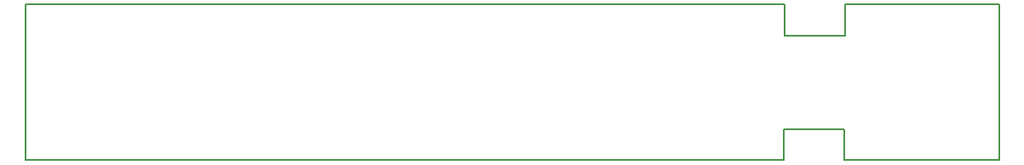
<source format=gbr>
G04 #@! TF.FileFunction,Glue,Bot*
%FSLAX46Y46*%
G04 Gerber Fmt 4.6, Leading zero omitted, Abs format (unit mm)*
G04 Created by KiCad (PCBNEW 4.0.2+dfsg1-stable) date ven 12 ott 2018 16:01:28 CEST*
%MOMM*%
G01*
G04 APERTURE LIST*
%ADD10C,0.100000*%
%ADD11C,0.200000*%
G04 APERTURE END LIST*
D10*
D11*
X173690280Y-115443000D02*
X98295460Y-115443000D01*
X195072000Y-115443000D02*
X179682660Y-115443000D01*
X179682660Y-112410240D02*
X179682660Y-115443000D01*
X173692820Y-112410240D02*
X179682660Y-112410240D01*
X173692820Y-112410240D02*
X173692820Y-115437920D01*
X173776640Y-99949000D02*
X98298000Y-99949000D01*
X195072000Y-99949000D02*
X179778660Y-99949000D01*
X179778660Y-99949000D02*
X179778660Y-103047800D01*
X173776640Y-103047800D02*
X179778660Y-103047800D01*
X173776640Y-99949000D02*
X173776640Y-103047800D01*
X98298000Y-115443000D02*
X98298000Y-99949000D01*
X195072000Y-99949000D02*
X195072000Y-115443000D01*
M02*

</source>
